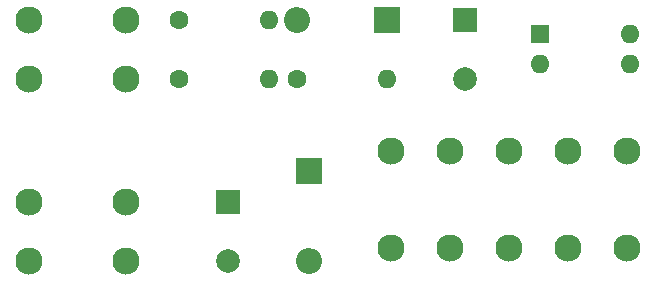
<source format=gts>
G04 #@! TF.GenerationSoftware,KiCad,Pcbnew,8.0.1*
G04 #@! TF.CreationDate,2024-03-24T00:29:06+01:00*
G04 #@! TF.ProjectId,main,6d61696e-2e6b-4696-9361-645f70636258,rev?*
G04 #@! TF.SameCoordinates,Original*
G04 #@! TF.FileFunction,Soldermask,Top*
G04 #@! TF.FilePolarity,Negative*
%FSLAX46Y46*%
G04 Gerber Fmt 4.6, Leading zero omitted, Abs format (unit mm)*
G04 Created by KiCad (PCBNEW 8.0.1) date 2024-03-24 00:29:06*
%MOMM*%
%LPD*%
G01*
G04 APERTURE LIST*
%ADD10R,2.000000X2.000000*%
%ADD11C,2.000000*%
%ADD12R,1.600000X1.600000*%
%ADD13O,1.600000X1.600000*%
%ADD14C,1.600000*%
%ADD15C,2.300000*%
%ADD16R,2.200000X2.200000*%
%ADD17O,2.200000X2.200000*%
G04 APERTURE END LIST*
D10*
X140225000Y-43000000D03*
D11*
X140225000Y-48000000D03*
D12*
X166615000Y-28825000D03*
D13*
X166615000Y-31365000D03*
X174235000Y-31365000D03*
X174235000Y-28825000D03*
D14*
X146045000Y-32600000D03*
D13*
X153665000Y-32600000D03*
D15*
X131575000Y-43000000D03*
X123375000Y-43000000D03*
X131575000Y-48000000D03*
X123375000Y-48000000D03*
D14*
X136025000Y-27600000D03*
D13*
X143645000Y-27600000D03*
D15*
X131575000Y-27600000D03*
X123375000Y-27600000D03*
X131575000Y-32600000D03*
X123375000Y-32600000D03*
D14*
X136025000Y-32600000D03*
D13*
X143645000Y-32600000D03*
D15*
X154025000Y-38750000D03*
X154025000Y-46950000D03*
X159025000Y-38750000D03*
X159025000Y-46950000D03*
X164025000Y-38750000D03*
X164025000Y-46950000D03*
X169025000Y-38750000D03*
X169025000Y-46950000D03*
X174025000Y-38750000D03*
X174025000Y-46950000D03*
D16*
X147075000Y-40380000D03*
D17*
X147075000Y-48000000D03*
D16*
X153665000Y-27600000D03*
D17*
X146045000Y-27600000D03*
D10*
X160265000Y-27600000D03*
D11*
X160265000Y-32600000D03*
M02*

</source>
